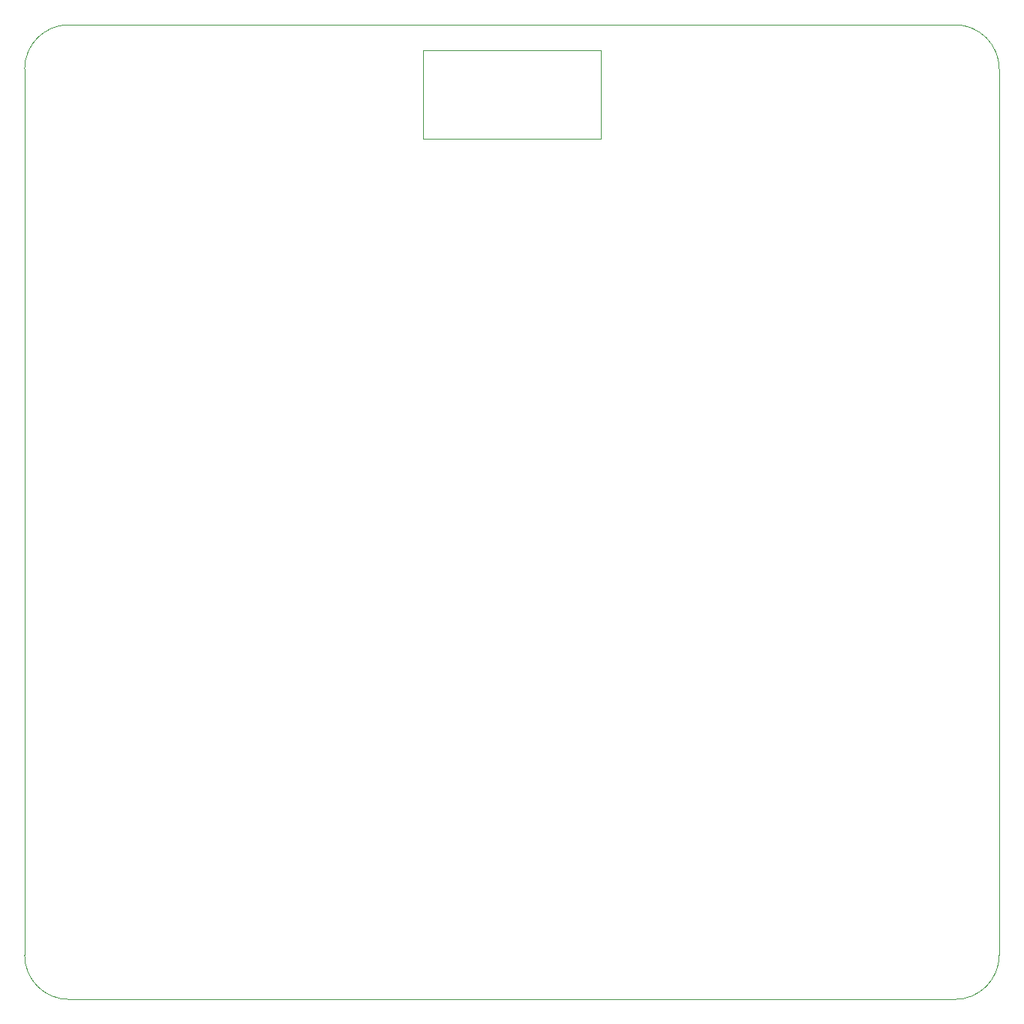
<source format=gbr>
%TF.GenerationSoftware,KiCad,Pcbnew,9.0.2*%
%TF.CreationDate,2025-06-25T13:35:58-04:00*%
%TF.ProjectId,PaperCam_Kicad,50617065-7243-4616-9d5f-4b696361642e,rev?*%
%TF.SameCoordinates,Original*%
%TF.FileFunction,Profile,NP*%
%FSLAX46Y46*%
G04 Gerber Fmt 4.6, Leading zero omitted, Abs format (unit mm)*
G04 Created by KiCad (PCBNEW 9.0.2) date 2025-06-25 13:35:58*
%MOMM*%
%LPD*%
G01*
G04 APERTURE LIST*
%TA.AperFunction,Profile*%
%ADD10C,0.050000*%
%TD*%
G04 APERTURE END LIST*
D10*
X0Y-105000000D02*
X0Y-5000000D01*
X105000000Y-110000000D02*
X5000000Y-110000000D01*
X105000000Y0D02*
G75*
G02*
X110000000Y-5000000I0J-5000000D01*
G01*
X5000000Y-110000000D02*
G75*
G02*
X0Y-105000000I0J5000000D01*
G01*
X110000000Y-5000000D02*
X110000000Y-105000000D01*
X0Y-5000000D02*
G75*
G02*
X5000000Y0I5000000J0D01*
G01*
X5000000Y0D02*
X105000000Y0D01*
X45000000Y-2875000D02*
X65000000Y-2875000D01*
X65000000Y-12875000D01*
X45000000Y-12875000D01*
X45000000Y-2875000D01*
X110000000Y-105000000D02*
G75*
G02*
X105000000Y-110000000I-5000000J0D01*
G01*
M02*

</source>
